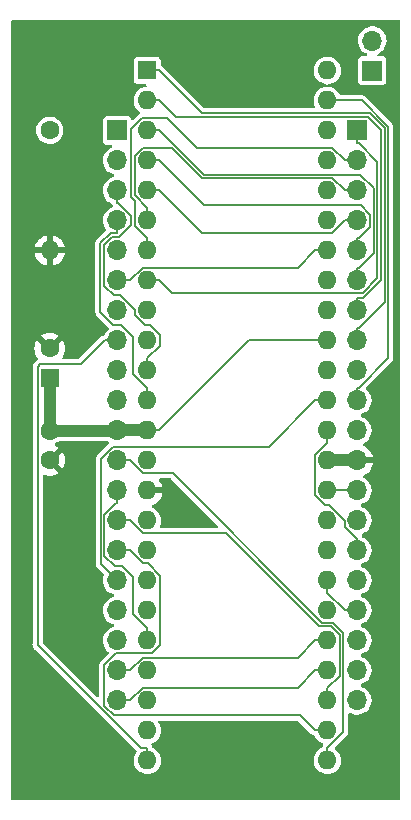
<source format=gbl>
G04 #@! TF.GenerationSoftware,KiCad,Pcbnew,(6.0.8-1)-1*
G04 #@! TF.CreationDate,2022-10-31T15:31:04+09:00*
G04 #@! TF.ProjectId,MEZ68008,4d455a36-3830-4303-982e-6b696361645f,A*
G04 #@! TF.SameCoordinates,PX5f5e100PY8f0d180*
G04 #@! TF.FileFunction,Copper,L2,Bot*
G04 #@! TF.FilePolarity,Positive*
%FSLAX46Y46*%
G04 Gerber Fmt 4.6, Leading zero omitted, Abs format (unit mm)*
G04 Created by KiCad (PCBNEW (6.0.8-1)-1) date 2022-10-31 15:31:04*
%MOMM*%
%LPD*%
G01*
G04 APERTURE LIST*
G04 #@! TA.AperFunction,ComponentPad*
%ADD10O,1.600000X1.600000*%
G04 #@! TD*
G04 #@! TA.AperFunction,ComponentPad*
%ADD11C,1.600000*%
G04 #@! TD*
G04 #@! TA.AperFunction,ComponentPad*
%ADD12R,1.600000X1.600000*%
G04 #@! TD*
G04 #@! TA.AperFunction,ComponentPad*
%ADD13R,1.700000X1.700000*%
G04 #@! TD*
G04 #@! TA.AperFunction,ComponentPad*
%ADD14O,1.700000X1.700000*%
G04 #@! TD*
G04 #@! TA.AperFunction,ViaPad*
%ADD15C,0.605000*%
G04 #@! TD*
G04 #@! TA.AperFunction,Conductor*
%ADD16C,1.000000*%
G04 #@! TD*
G04 #@! TA.AperFunction,Conductor*
%ADD17C,0.152400*%
G04 #@! TD*
G04 APERTURE END LIST*
D10*
X3810000Y46990000D03*
D11*
X3810000Y57150000D03*
D12*
X3810000Y36195000D03*
D11*
X3810000Y38695000D03*
D12*
X12065000Y62230000D03*
D10*
X12065000Y59690000D03*
X12065000Y57150000D03*
X12065000Y54610000D03*
X12065000Y52070000D03*
X12065000Y49530000D03*
X12065000Y46990000D03*
X12065000Y44450000D03*
X12065000Y41910000D03*
X12065000Y39370000D03*
X12065000Y36830000D03*
X12065000Y34290000D03*
X12065000Y31750000D03*
X12065000Y29210000D03*
X12065000Y26670000D03*
X12065000Y24130000D03*
X12065000Y21590000D03*
X12065000Y19050000D03*
X12065000Y16510000D03*
X12065000Y13970000D03*
X12065000Y11430000D03*
X12065000Y8890000D03*
X12065000Y6350000D03*
X12065000Y3810000D03*
X27305000Y3810000D03*
X27305000Y6350000D03*
X27305000Y8890000D03*
X27305000Y11430000D03*
X27305000Y13970000D03*
X27305000Y16510000D03*
X27305000Y19050000D03*
X27305000Y21590000D03*
X27305000Y24130000D03*
X27305000Y26670000D03*
X27305000Y29210000D03*
X27305000Y31750000D03*
X27305000Y34290000D03*
X27305000Y36830000D03*
X27305000Y39370000D03*
X27305000Y41910000D03*
X27305000Y44450000D03*
X27305000Y46990000D03*
X27305000Y49530000D03*
X27305000Y52070000D03*
X27305000Y54610000D03*
X27305000Y57150000D03*
X27305000Y59690000D03*
X27305000Y62230000D03*
D13*
X31115000Y62225000D03*
D14*
X31115000Y64765000D03*
D11*
X3810000Y31730000D03*
X3810000Y29230000D03*
D13*
X29845000Y57150000D03*
D14*
X29845000Y54610000D03*
X29845000Y52070000D03*
X29845000Y49530000D03*
X29845000Y46990000D03*
X29845000Y44450000D03*
X29845000Y41910000D03*
X29845000Y39370000D03*
X29845000Y36830000D03*
X29845000Y34290000D03*
X29845000Y31750000D03*
X29845000Y29210000D03*
X29845000Y26670000D03*
X29845000Y24130000D03*
X29845000Y21590000D03*
X29845000Y19050000D03*
X29845000Y16510000D03*
X29845000Y13970000D03*
X29845000Y11430000D03*
X29845000Y8890000D03*
D13*
X9525000Y57150000D03*
D14*
X9525000Y54610000D03*
X9525000Y52070000D03*
X9525000Y49530000D03*
X9525000Y46990000D03*
X9525000Y44450000D03*
X9525000Y41910000D03*
X9525000Y39370000D03*
X9525000Y36830000D03*
X9525000Y34290000D03*
X9525000Y31750000D03*
X9525000Y29210000D03*
X9525000Y26670000D03*
X9525000Y24130000D03*
X9525000Y21590000D03*
X9525000Y19050000D03*
X9525000Y16510000D03*
X9525000Y13970000D03*
X9525000Y11430000D03*
X9525000Y8890000D03*
D15*
X1270000Y65405000D03*
X24765000Y62230000D03*
X13970000Y24130000D03*
X20955000Y62230000D03*
X18415000Y62230000D03*
X14605000Y62230000D03*
X13970000Y26670000D03*
X32385000Y59690000D03*
X1270000Y1270000D03*
X16510000Y24130000D03*
X32385000Y1270000D03*
D16*
X29845000Y29210000D02*
X27305000Y29210000D01*
X3810000Y31730000D02*
X9505000Y31730000D01*
D17*
X12065000Y31750000D02*
X13093900Y31750000D01*
X13093900Y31750000D02*
X20713900Y39370000D01*
X20713900Y39370000D02*
X27305000Y39370000D01*
D16*
X9505000Y31730000D02*
X9525000Y31750000D01*
X9525000Y31750000D02*
X12065000Y31750000D01*
X3810000Y36195000D02*
X3810000Y31730000D01*
D17*
X11832900Y40640000D02*
X12305800Y40640000D01*
X8406100Y47467000D02*
X8406100Y43983800D01*
X13099700Y39846100D02*
X13099700Y38893600D01*
X10646500Y49119500D02*
X9672900Y48145900D01*
X9525000Y50991100D02*
X9599000Y50991100D01*
X13099700Y38893600D02*
X12065000Y37858900D01*
X9599000Y50991100D02*
X10646500Y49943600D01*
X9672900Y48145900D02*
X9085000Y48145900D01*
X9085000Y48145900D02*
X8406100Y47467000D01*
X12065000Y36830000D02*
X12065000Y37858900D01*
X9209900Y43180000D02*
X9789300Y43180000D01*
X9789300Y43180000D02*
X10982800Y41986500D01*
X12305800Y40640000D02*
X13099700Y39846100D01*
X10982800Y41490100D02*
X11832900Y40640000D01*
X10982800Y41986500D02*
X10982800Y41490100D01*
X8406100Y43983800D02*
X9209900Y43180000D01*
X9525000Y52070000D02*
X9525000Y50991100D01*
X10646500Y49943600D02*
X10646500Y49119500D01*
X8958500Y48451100D02*
X8100900Y47593500D01*
X9202800Y40640000D02*
X9815800Y40640000D01*
X9815800Y40640000D02*
X10830300Y39625500D01*
X10830300Y36553600D02*
X12065000Y35318900D01*
X8100900Y47593500D02*
X8100900Y41741900D01*
X9525000Y49530000D02*
X9525000Y48451100D01*
X12065000Y34290000D02*
X12065000Y35318900D01*
X8100900Y41741900D02*
X9202800Y40640000D01*
X10830300Y39625500D02*
X10830300Y36553600D01*
X9525000Y48451100D02*
X8958500Y48451100D01*
X29845000Y26670000D02*
X27305000Y26670000D01*
X11560100Y4838900D02*
X12065000Y4838900D01*
X12065000Y3810000D02*
X12065000Y4838900D01*
X6413100Y37337000D02*
X3001800Y37337000D01*
X8446100Y39370000D02*
X6413100Y37337000D01*
X9525000Y39370000D02*
X8446100Y39370000D01*
X2773200Y37108400D02*
X2773200Y13625800D01*
X3001800Y37337000D02*
X2773200Y37108400D01*
X2773200Y13625800D02*
X11560100Y4838900D01*
X11682800Y28131100D02*
X14223400Y28131100D01*
X28657200Y14574700D02*
X28657200Y6191100D01*
X14223400Y28131100D02*
X26873500Y15481000D01*
X9525000Y29210000D02*
X10603900Y29210000D01*
X28657200Y6191100D02*
X27305000Y4838900D01*
X27305000Y3810000D02*
X27305000Y4838900D01*
X27750900Y15481000D02*
X28657200Y14574700D01*
X26873500Y15481000D02*
X27750900Y15481000D01*
X10603900Y29210000D02*
X11682800Y28131100D01*
X9390100Y25591100D02*
X8422700Y24623700D01*
X9318800Y20255900D02*
X9909100Y20255900D01*
X10830300Y16233600D02*
X12065000Y14998900D01*
X8422700Y24623700D02*
X8422700Y21152000D01*
X10830300Y19334700D02*
X10830300Y16233600D01*
X9909100Y20255900D02*
X10830300Y19334700D01*
X8422700Y21152000D02*
X9318800Y20255900D01*
X9525000Y25591100D02*
X9390100Y25591100D01*
X9525000Y26670000D02*
X9525000Y25591100D01*
X12065000Y13970000D02*
X12065000Y14998900D01*
X26581400Y15175800D02*
X27603700Y15175800D01*
X28352000Y14427500D02*
X28352000Y10965900D01*
X27305000Y8890000D02*
X27305000Y9918900D01*
X27603700Y15175800D02*
X28352000Y14427500D01*
X10603900Y24130000D02*
X11682800Y23051100D01*
X9525000Y24130000D02*
X10603900Y24130000D01*
X18706100Y23051100D02*
X26581400Y15175800D01*
X28352000Y10965900D02*
X27305000Y9918900D01*
X11682800Y23051100D02*
X18706100Y23051100D01*
X25006100Y7620000D02*
X26276100Y6350000D01*
X27305000Y6350000D02*
X26276100Y6350000D01*
X12112600Y20511100D02*
X13162300Y19461400D01*
X13162300Y19461400D02*
X13162300Y13564700D01*
X11682800Y20511100D02*
X12112600Y20511100D01*
X8426700Y11886200D02*
X8426700Y8412100D01*
X9525000Y21590000D02*
X10603900Y21590000D01*
X13162300Y13564700D02*
X12488600Y12891000D01*
X9431500Y12891000D02*
X8426700Y11886200D01*
X10603900Y21590000D02*
X11682800Y20511100D01*
X12488600Y12891000D02*
X9431500Y12891000D01*
X8426700Y8412100D02*
X9218800Y7620000D01*
X9218800Y7620000D02*
X25006100Y7620000D01*
X28766100Y16560000D02*
X27305000Y18021100D01*
X29845000Y16510000D02*
X28766100Y16510000D01*
X28766100Y16510000D02*
X28766100Y16560000D01*
X27305000Y19050000D02*
X27305000Y18021100D01*
X31546300Y54504700D02*
X31546300Y44623700D01*
X30293600Y43371000D02*
X14172900Y43371000D01*
X29845000Y57150000D02*
X29845000Y56071100D01*
X29845000Y56071100D02*
X29979900Y56071100D01*
X12065000Y44450000D02*
X13093900Y44450000D01*
X14172900Y43371000D02*
X13093900Y44450000D01*
X31546300Y44623700D02*
X30293600Y43371000D01*
X29979900Y56071100D02*
X31546300Y54504700D01*
X11588900Y58185300D02*
X13735300Y58185300D01*
X16281700Y55638900D02*
X27737200Y55638900D01*
X10689100Y57285500D02*
X11588900Y58185300D01*
X13735300Y58185300D02*
X16281700Y55638900D01*
X12065000Y46990000D02*
X12065000Y48018900D01*
X10994200Y49089700D02*
X10994200Y51192300D01*
X12065000Y48018900D02*
X10994200Y49089700D01*
X10994200Y51192300D02*
X10689100Y51497400D01*
X27737200Y55638900D02*
X28766100Y54610000D01*
X29845000Y54610000D02*
X28766100Y54610000D01*
X10689100Y51497400D02*
X10689100Y57285500D01*
X28766100Y52070000D02*
X27737200Y53098900D01*
X16713400Y53098900D02*
X14133300Y55679000D01*
X14133300Y55679000D02*
X11674100Y55679000D01*
X29845000Y52070000D02*
X28766100Y52070000D01*
X12065000Y50614700D02*
X12065000Y49530000D01*
X10994200Y51685500D02*
X12065000Y50614700D01*
X10994200Y54999100D02*
X10994200Y51685500D01*
X27737200Y53098900D02*
X16713400Y53098900D01*
X11674100Y55679000D02*
X10994200Y54999100D01*
X16665300Y48498600D02*
X13093900Y52070000D01*
X12065000Y52070000D02*
X13093900Y52070000D01*
X29845000Y49530000D02*
X28766100Y49530000D01*
X27734700Y48498600D02*
X16665300Y48498600D01*
X28766100Y49530000D02*
X27734700Y48498600D01*
X29845000Y46990000D02*
X29845000Y48068900D01*
X12065000Y54610000D02*
X13093900Y54610000D01*
X30925500Y49014500D02*
X30925500Y50012600D01*
X16903900Y50800000D02*
X13093900Y54610000D01*
X29845000Y48068900D02*
X29979900Y48068900D01*
X30138100Y50800000D02*
X16903900Y50800000D01*
X29979900Y48068900D02*
X30925500Y49014500D01*
X30925500Y50012600D02*
X30138100Y50800000D01*
X12065000Y57150000D02*
X13093900Y57150000D01*
X13093900Y57150000D02*
X16839800Y53404100D01*
X16839800Y53404100D02*
X30092000Y53404100D01*
X31230600Y52265500D02*
X31230600Y46802700D01*
X29956800Y45528900D02*
X29845000Y45528900D01*
X30092000Y53404100D02*
X31230600Y52265500D01*
X31230600Y46802700D02*
X29956800Y45528900D01*
X29845000Y44450000D02*
X29845000Y45528900D01*
X29845000Y41910000D02*
X29845000Y42988900D01*
X30363300Y42988900D02*
X31851500Y44477100D01*
X14509100Y58274800D02*
X13093900Y59690000D01*
X29845000Y42988900D02*
X30363300Y42988900D01*
X30773400Y58274800D02*
X14509100Y58274800D01*
X12065000Y59690000D02*
X13093900Y59690000D01*
X31851500Y44477100D02*
X31851500Y57196700D01*
X31851500Y57196700D02*
X30773400Y58274800D01*
X32156600Y57323200D02*
X30891300Y58588500D01*
X29979900Y40448900D02*
X32156600Y42625600D01*
X32156600Y42625600D02*
X32156600Y57323200D01*
X29845000Y39370000D02*
X29845000Y40448900D01*
X29845000Y40448900D02*
X29979900Y40448900D01*
X16735400Y58588500D02*
X13093900Y62230000D01*
X12065000Y62230000D02*
X13093900Y62230000D01*
X30891300Y58588500D02*
X16735400Y58588500D01*
X32461700Y37850700D02*
X32461700Y57449700D01*
X30221400Y59690000D02*
X27305000Y59690000D01*
X29979900Y35368900D02*
X32461700Y37850700D01*
X29845000Y35368900D02*
X29979900Y35368900D01*
X32461700Y57449700D02*
X30221400Y59690000D01*
X29845000Y34290000D02*
X29845000Y35368900D01*
X11682800Y9968900D02*
X24815000Y9968900D01*
X10603900Y8890000D02*
X11682800Y9968900D01*
X27305000Y11430000D02*
X26276100Y11430000D01*
X24815000Y9968900D02*
X26276100Y11430000D01*
X9525000Y8890000D02*
X10603900Y8890000D01*
X10603900Y11430000D02*
X11682800Y12508900D01*
X27305000Y13970000D02*
X26276100Y13970000D01*
X11682800Y12508900D02*
X24815000Y12508900D01*
X9525000Y11430000D02*
X10603900Y11430000D01*
X24815000Y12508900D02*
X26276100Y13970000D01*
X27305000Y34290000D02*
X26276100Y34290000D01*
X22359800Y30373700D02*
X9153900Y30373700D01*
X9153900Y30373700D02*
X8113800Y29333600D01*
X26276100Y34290000D02*
X22359800Y30373700D01*
X8113800Y20461200D02*
X9525000Y19050000D01*
X8113800Y29333600D02*
X8113800Y20461200D01*
X24815000Y45528900D02*
X26276100Y46990000D01*
X9525000Y44450000D02*
X10603900Y44450000D01*
X10603900Y44450000D02*
X11682800Y45528900D01*
X27305000Y46990000D02*
X26276100Y46990000D01*
X11682800Y45528900D02*
X24815000Y45528900D01*
X26262300Y26249000D02*
X26262300Y29678400D01*
X26262300Y29678400D02*
X27305000Y30721100D01*
X28766100Y24124900D02*
X27491000Y25400000D01*
X29845000Y22668900D02*
X29710000Y22668900D01*
X27491000Y25400000D02*
X27111300Y25400000D01*
X29845000Y21590000D02*
X29845000Y22668900D01*
X28766100Y23612800D02*
X28766100Y24124900D01*
X27111300Y25400000D02*
X26262300Y26249000D01*
X29710000Y22668900D02*
X28766100Y23612800D01*
X27305000Y31750000D02*
X27305000Y30721100D01*
G04 #@! TA.AperFunction,Conductor*
G36*
X33442121Y66479998D02*
G01*
X33488614Y66426342D01*
X33500000Y66374000D01*
X33500000Y626000D01*
X33479998Y557879D01*
X33426342Y511386D01*
X33374000Y500000D01*
X626000Y500000D01*
X557879Y520002D01*
X511386Y573658D01*
X500000Y626000D01*
X500000Y13612245D01*
X2341892Y13612245D01*
X2343584Y13602983D01*
X2343584Y13602974D01*
X2351863Y13557648D01*
X2352514Y13553740D01*
X2360756Y13498916D01*
X2363716Y13492752D01*
X2364945Y13486023D01*
X2390522Y13436785D01*
X2392279Y13433269D01*
X2412220Y13391741D01*
X2412222Y13391737D01*
X2416298Y13383250D01*
X2420941Y13378228D01*
X2424093Y13372159D01*
X2428174Y13367381D01*
X2463349Y13332206D01*
X2466778Y13328641D01*
X2503395Y13289029D01*
X2509487Y13285490D01*
X2515024Y13280531D01*
X11131544Y4664011D01*
X11165570Y4601699D01*
X11160505Y4530884D01*
X11141398Y4496909D01*
X11099553Y4443830D01*
X11099551Y4443827D01*
X11095976Y4439292D01*
X11093287Y4434181D01*
X11093285Y4434178D01*
X11079792Y4408531D01*
X10997523Y4252164D01*
X10934820Y4050227D01*
X10909967Y3840246D01*
X10923796Y3629251D01*
X10925217Y3623655D01*
X10925218Y3623650D01*
X10947784Y3534800D01*
X10975845Y3424310D01*
X11064369Y3232286D01*
X11186405Y3059609D01*
X11337865Y2912063D01*
X11342661Y2908858D01*
X11342664Y2908856D01*
X11485936Y2813125D01*
X11513677Y2794589D01*
X11518985Y2792308D01*
X11518986Y2792308D01*
X11702650Y2713400D01*
X11702653Y2713399D01*
X11707953Y2711122D01*
X11713582Y2709848D01*
X11713583Y2709848D01*
X11908550Y2665731D01*
X11908553Y2665731D01*
X11914186Y2664456D01*
X11919957Y2664229D01*
X11919959Y2664229D01*
X11981989Y2661792D01*
X12125470Y2656154D01*
X12131179Y2656982D01*
X12131183Y2656982D01*
X12329015Y2685667D01*
X12329019Y2685668D01*
X12334730Y2686496D01*
X12413987Y2713400D01*
X12529483Y2752605D01*
X12529488Y2752607D01*
X12534955Y2754463D01*
X12539998Y2757287D01*
X12714395Y2854954D01*
X12714399Y2854957D01*
X12719442Y2857781D01*
X12882012Y2992988D01*
X13017219Y3155558D01*
X13020043Y3160601D01*
X13020046Y3160605D01*
X13117713Y3335002D01*
X13117714Y3335004D01*
X13120537Y3340045D01*
X13122393Y3345512D01*
X13122395Y3345517D01*
X13186647Y3534800D01*
X13188504Y3540270D01*
X13218846Y3749530D01*
X13220429Y3810000D01*
X13201081Y4020560D01*
X13143686Y4224069D01*
X13132553Y4246646D01*
X13052719Y4408531D01*
X13050165Y4413710D01*
X12923651Y4583133D01*
X12768381Y4726663D01*
X12735014Y4747716D01*
X12594434Y4836416D01*
X12594433Y4836416D01*
X12589554Y4839495D01*
X12584194Y4841633D01*
X12584191Y4841635D01*
X12559150Y4851625D01*
X12503290Y4895446D01*
X12486455Y4933152D01*
X12486131Y4933027D01*
X12485000Y4935950D01*
X12484699Y4937085D01*
X12483661Y4939411D01*
X12482729Y4941818D01*
X12481076Y4949218D01*
X12478844Y4956473D01*
X12477444Y4965784D01*
X12459065Y5004059D01*
X12455143Y5013124D01*
X12439832Y5052700D01*
X12434002Y5060095D01*
X12430244Y5066684D01*
X12425978Y5072961D01*
X12421902Y5081450D01*
X12416827Y5086940D01*
X12395397Y5153549D01*
X12413643Y5222161D01*
X12466086Y5270017D01*
X12480853Y5276098D01*
X12534955Y5294463D01*
X12539998Y5297287D01*
X12714395Y5394954D01*
X12714399Y5394957D01*
X12719442Y5397781D01*
X12882012Y5532988D01*
X13017219Y5695558D01*
X13020043Y5700601D01*
X13020046Y5700605D01*
X13117713Y5875002D01*
X13117714Y5875004D01*
X13120537Y5880045D01*
X13122393Y5885512D01*
X13122395Y5885517D01*
X13169173Y6023324D01*
X13188504Y6080270D01*
X13195695Y6129859D01*
X13218314Y6285860D01*
X13218314Y6285862D01*
X13218846Y6289530D01*
X13220429Y6350000D01*
X13201081Y6560560D01*
X13143686Y6764069D01*
X13132553Y6786646D01*
X13052719Y6948531D01*
X13050165Y6953710D01*
X13021639Y6991911D01*
X12996907Y7058461D01*
X13012081Y7127817D01*
X13062343Y7177959D01*
X13122597Y7193300D01*
X24777165Y7193300D01*
X24845286Y7173298D01*
X24866260Y7156395D01*
X25951177Y6071478D01*
X25961032Y6060388D01*
X25974870Y6042834D01*
X25974874Y6042830D01*
X25980704Y6035435D01*
X25988451Y6030081D01*
X25988453Y6030079D01*
X26012461Y6013486D01*
X26024194Y6005378D01*
X26026338Y6003896D01*
X26029550Y6001601D01*
X26074178Y5968638D01*
X26080629Y5966372D01*
X26086257Y5962483D01*
X26139214Y5945735D01*
X26142860Y5944519D01*
X26190492Y5927792D01*
X26248135Y5886351D01*
X26263166Y5861662D01*
X26304369Y5772286D01*
X26426405Y5599609D01*
X26577865Y5452063D01*
X26582661Y5448858D01*
X26582664Y5448856D01*
X26725936Y5353125D01*
X26753677Y5334589D01*
X26889820Y5276098D01*
X26901346Y5271146D01*
X26956040Y5225878D01*
X26977577Y5158227D01*
X26959120Y5089671D01*
X26952973Y5080537D01*
X26923638Y5040821D01*
X26921373Y5034371D01*
X26917483Y5028743D01*
X26914645Y5019768D01*
X26914642Y5019763D01*
X26900756Y4975854D01*
X26899503Y4972098D01*
X26884730Y4930031D01*
X26843287Y4872386D01*
X26817803Y4858210D01*
X26818209Y4857360D01*
X26812991Y4854871D01*
X26807575Y4852873D01*
X26802614Y4849921D01*
X26802613Y4849921D01*
X26785089Y4839495D01*
X26625856Y4744762D01*
X26466881Y4605345D01*
X26335976Y4439292D01*
X26333287Y4434181D01*
X26333285Y4434178D01*
X26319792Y4408531D01*
X26237523Y4252164D01*
X26174820Y4050227D01*
X26149967Y3840246D01*
X26163796Y3629251D01*
X26165217Y3623655D01*
X26165218Y3623650D01*
X26187784Y3534800D01*
X26215845Y3424310D01*
X26304369Y3232286D01*
X26426405Y3059609D01*
X26577865Y2912063D01*
X26582661Y2908858D01*
X26582664Y2908856D01*
X26725936Y2813125D01*
X26753677Y2794589D01*
X26758985Y2792308D01*
X26758986Y2792308D01*
X26942650Y2713400D01*
X26942653Y2713399D01*
X26947953Y2711122D01*
X26953582Y2709848D01*
X26953583Y2709848D01*
X27148550Y2665731D01*
X27148553Y2665731D01*
X27154186Y2664456D01*
X27159957Y2664229D01*
X27159959Y2664229D01*
X27221989Y2661792D01*
X27365470Y2656154D01*
X27371179Y2656982D01*
X27371183Y2656982D01*
X27569015Y2685667D01*
X27569019Y2685668D01*
X27574730Y2686496D01*
X27653987Y2713400D01*
X27769483Y2752605D01*
X27769488Y2752607D01*
X27774955Y2754463D01*
X27779998Y2757287D01*
X27954395Y2854954D01*
X27954399Y2854957D01*
X27959442Y2857781D01*
X28122012Y2992988D01*
X28257219Y3155558D01*
X28260043Y3160601D01*
X28260046Y3160605D01*
X28357713Y3335002D01*
X28357714Y3335004D01*
X28360537Y3340045D01*
X28362393Y3345512D01*
X28362395Y3345517D01*
X28426647Y3534800D01*
X28428504Y3540270D01*
X28458846Y3749530D01*
X28460429Y3810000D01*
X28441081Y4020560D01*
X28383686Y4224069D01*
X28372553Y4246646D01*
X28292719Y4408531D01*
X28290165Y4413710D01*
X28163651Y4583133D01*
X28008381Y4726663D01*
X28003494Y4729746D01*
X28001936Y4730942D01*
X27960069Y4788280D01*
X27955847Y4859151D01*
X27989545Y4920000D01*
X28935722Y5866177D01*
X28946812Y5876032D01*
X28964366Y5889870D01*
X28964370Y5889874D01*
X28971765Y5895704D01*
X29003307Y5941342D01*
X29005602Y5944554D01*
X29006489Y5945754D01*
X29021282Y5965782D01*
X29032968Y5981603D01*
X29032970Y5981607D01*
X29038563Y5989179D01*
X29040829Y5995631D01*
X29044717Y6001257D01*
X29061448Y6054161D01*
X29062702Y6057919D01*
X29063570Y6060388D01*
X29081077Y6110241D01*
X29081346Y6117077D01*
X29083407Y6123595D01*
X29083900Y6129859D01*
X29083900Y6179620D01*
X29083997Y6184566D01*
X29085744Y6229039D01*
X29086114Y6238452D01*
X29084308Y6245263D01*
X29083900Y6252678D01*
X29083900Y7720165D01*
X29103902Y7788286D01*
X29157558Y7834779D01*
X29227832Y7844883D01*
X29268125Y7831524D01*
X29269717Y7830460D01*
X29275019Y7828182D01*
X29275021Y7828181D01*
X29465169Y7746487D01*
X29472436Y7743365D01*
X29552088Y7725342D01*
X29681995Y7695946D01*
X29682001Y7695945D01*
X29687632Y7694671D01*
X29693403Y7694444D01*
X29693405Y7694444D01*
X29761211Y7691780D01*
X29908098Y7686009D01*
X30017275Y7701839D01*
X30120738Y7716840D01*
X30120743Y7716841D01*
X30126452Y7717669D01*
X30131916Y7719524D01*
X30131921Y7719525D01*
X30329907Y7786732D01*
X30329912Y7786734D01*
X30335379Y7788590D01*
X30527884Y7896398D01*
X30564879Y7927166D01*
X30693086Y8033796D01*
X30697518Y8037482D01*
X30766446Y8120358D01*
X30834908Y8202674D01*
X30834910Y8202677D01*
X30838602Y8207116D01*
X30946410Y8399621D01*
X30948266Y8405088D01*
X30948268Y8405093D01*
X31015475Y8603079D01*
X31015476Y8603084D01*
X31017331Y8608548D01*
X31018159Y8614257D01*
X31018160Y8614262D01*
X31048458Y8823228D01*
X31048991Y8826902D01*
X31050643Y8890000D01*
X31030454Y9109711D01*
X31007241Y9192021D01*
X30994128Y9238514D01*
X30970565Y9322064D01*
X30872980Y9519947D01*
X30839349Y9564985D01*
X30744420Y9692109D01*
X30744420Y9692110D01*
X30740967Y9696733D01*
X30643586Y9786751D01*
X30583189Y9842582D01*
X30583186Y9842584D01*
X30578949Y9846501D01*
X30392350Y9964236D01*
X30189955Y10044983D01*
X30134096Y10088804D01*
X30110795Y10155868D01*
X30127451Y10224883D01*
X30178775Y10273937D01*
X30196144Y10281326D01*
X30329907Y10326732D01*
X30329912Y10326734D01*
X30335379Y10328590D01*
X30347154Y10335184D01*
X30494673Y10417799D01*
X30527884Y10436398D01*
X30533245Y10440856D01*
X30693086Y10573796D01*
X30697518Y10577482D01*
X30730739Y10617426D01*
X30834908Y10742674D01*
X30834910Y10742677D01*
X30838602Y10747116D01*
X30946410Y10939621D01*
X30948266Y10945088D01*
X30948268Y10945093D01*
X31015475Y11143079D01*
X31015476Y11143084D01*
X31017331Y11148548D01*
X31018159Y11154257D01*
X31018160Y11154262D01*
X31048458Y11363228D01*
X31048991Y11366902D01*
X31050643Y11430000D01*
X31030454Y11649711D01*
X31014524Y11706197D01*
X30993072Y11782259D01*
X30970565Y11862064D01*
X30872980Y12059947D01*
X30860961Y12076043D01*
X30744420Y12232109D01*
X30744420Y12232110D01*
X30740967Y12236733D01*
X30602466Y12364762D01*
X30583189Y12382582D01*
X30583186Y12382584D01*
X30578949Y12386501D01*
X30392350Y12504236D01*
X30189955Y12584983D01*
X30134096Y12628804D01*
X30110795Y12695868D01*
X30127451Y12764883D01*
X30178775Y12813937D01*
X30196144Y12821326D01*
X30329907Y12866732D01*
X30329912Y12866734D01*
X30335379Y12868590D01*
X30527884Y12976398D01*
X30554653Y12998661D01*
X30693086Y13113796D01*
X30697518Y13117482D01*
X30759256Y13191713D01*
X30834908Y13282674D01*
X30834910Y13282677D01*
X30838602Y13287116D01*
X30946410Y13479621D01*
X30948266Y13485088D01*
X30948268Y13485093D01*
X31015475Y13683079D01*
X31015476Y13683084D01*
X31017331Y13688548D01*
X31018159Y13694257D01*
X31018160Y13694262D01*
X31048458Y13903228D01*
X31048991Y13906902D01*
X31050643Y13970000D01*
X31030454Y14189711D01*
X31014524Y14246197D01*
X30993072Y14322259D01*
X30970565Y14402064D01*
X30872980Y14599947D01*
X30803616Y14692837D01*
X30744420Y14772109D01*
X30744420Y14772110D01*
X30740967Y14776733D01*
X30620016Y14888539D01*
X30583189Y14922582D01*
X30583186Y14922584D01*
X30578949Y14926501D01*
X30392350Y15044236D01*
X30189955Y15124983D01*
X30134096Y15168804D01*
X30110795Y15235868D01*
X30127451Y15304883D01*
X30178775Y15353937D01*
X30196144Y15361326D01*
X30329907Y15406732D01*
X30329912Y15406734D01*
X30335379Y15408590D01*
X30527884Y15516398D01*
X30577642Y15557781D01*
X30693086Y15653796D01*
X30697518Y15657482D01*
X30779404Y15755938D01*
X30834908Y15822674D01*
X30834910Y15822677D01*
X30838602Y15827116D01*
X30946410Y16019621D01*
X30948266Y16025088D01*
X30948268Y16025093D01*
X31015475Y16223079D01*
X31015476Y16223084D01*
X31017331Y16228548D01*
X31018159Y16234257D01*
X31018160Y16234262D01*
X31048458Y16443228D01*
X31048991Y16446902D01*
X31050643Y16510000D01*
X31030454Y16729711D01*
X30970565Y16942064D01*
X30872980Y17139947D01*
X30740967Y17316733D01*
X30599671Y17447346D01*
X30583189Y17462582D01*
X30583186Y17462584D01*
X30578949Y17466501D01*
X30392350Y17584236D01*
X30189955Y17664983D01*
X30134096Y17708804D01*
X30110795Y17775868D01*
X30127451Y17844883D01*
X30178775Y17893937D01*
X30196144Y17901326D01*
X30329907Y17946732D01*
X30329912Y17946734D01*
X30335379Y17948590D01*
X30360948Y17962909D01*
X30458644Y18017622D01*
X30527884Y18056398D01*
X30553864Y18078005D01*
X30693086Y18193796D01*
X30697518Y18197482D01*
X30759256Y18271713D01*
X30834908Y18362674D01*
X30834910Y18362677D01*
X30838602Y18367116D01*
X30946410Y18559621D01*
X30948266Y18565088D01*
X30948268Y18565093D01*
X31015475Y18763079D01*
X31015476Y18763084D01*
X31017331Y18768548D01*
X31018159Y18774257D01*
X31018160Y18774262D01*
X31048458Y18983228D01*
X31048991Y18986902D01*
X31050643Y19050000D01*
X31030454Y19269711D01*
X30970565Y19482064D01*
X30872980Y19679947D01*
X30858063Y19699924D01*
X30744420Y19852109D01*
X30744420Y19852110D01*
X30740967Y19856733D01*
X30626286Y19962743D01*
X30583189Y20002582D01*
X30583186Y20002584D01*
X30578949Y20006501D01*
X30392350Y20124236D01*
X30189955Y20204983D01*
X30134096Y20248804D01*
X30110795Y20315868D01*
X30127451Y20384883D01*
X30178775Y20433937D01*
X30196144Y20441326D01*
X30329907Y20486732D01*
X30329912Y20486734D01*
X30335379Y20488590D01*
X30527884Y20596398D01*
X30574243Y20634954D01*
X30693086Y20733796D01*
X30697518Y20737482D01*
X30759256Y20811713D01*
X30834908Y20902674D01*
X30834910Y20902677D01*
X30838602Y20907116D01*
X30946410Y21099621D01*
X30948266Y21105088D01*
X30948268Y21105093D01*
X31015475Y21303079D01*
X31015476Y21303084D01*
X31017331Y21308548D01*
X31018159Y21314257D01*
X31018160Y21314262D01*
X31048458Y21523228D01*
X31048991Y21526902D01*
X31050643Y21590000D01*
X31030454Y21809711D01*
X31017718Y21854872D01*
X30984225Y21973627D01*
X30970565Y22022064D01*
X30872980Y22219947D01*
X30766058Y22363133D01*
X30744420Y22392109D01*
X30744420Y22392110D01*
X30740967Y22396733D01*
X30626286Y22502743D01*
X30583189Y22542582D01*
X30583186Y22542584D01*
X30578949Y22546501D01*
X30392350Y22664236D01*
X30338209Y22685836D01*
X30282350Y22729657D01*
X30267256Y22763462D01*
X30266131Y22763027D01*
X30265000Y22765950D01*
X30263326Y22772263D01*
X30261932Y22775385D01*
X30261075Y22779221D01*
X30258844Y22786472D01*
X30257444Y22795784D01*
X30239065Y22834059D01*
X30235147Y22843113D01*
X30230762Y22854449D01*
X30224840Y22925197D01*
X30258108Y22987917D01*
X30307773Y23019219D01*
X30335379Y23028590D01*
X30527884Y23136398D01*
X30574243Y23174954D01*
X30693086Y23273796D01*
X30697518Y23277482D01*
X30761503Y23354415D01*
X30834908Y23442674D01*
X30834910Y23442677D01*
X30838602Y23447116D01*
X30936392Y23621732D01*
X30943586Y23634578D01*
X30943587Y23634580D01*
X30946410Y23639621D01*
X30948266Y23645088D01*
X30948268Y23645093D01*
X31015475Y23843079D01*
X31015476Y23843084D01*
X31017331Y23848548D01*
X31018159Y23854257D01*
X31018160Y23854262D01*
X31048458Y24063228D01*
X31048991Y24066902D01*
X31050643Y24130000D01*
X31030454Y24349711D01*
X31017718Y24394872D01*
X30984225Y24513627D01*
X30970565Y24562064D01*
X30872980Y24759947D01*
X30855695Y24783095D01*
X30744420Y24932109D01*
X30744420Y24932110D01*
X30740967Y24936733D01*
X30626286Y25042743D01*
X30583189Y25082582D01*
X30583186Y25082584D01*
X30578949Y25086501D01*
X30392350Y25204236D01*
X30189955Y25284983D01*
X30134096Y25328804D01*
X30110795Y25395868D01*
X30127451Y25464883D01*
X30178775Y25513937D01*
X30196144Y25521326D01*
X30329907Y25566732D01*
X30329912Y25566734D01*
X30335379Y25568590D01*
X30340426Y25571416D01*
X30415875Y25613670D01*
X30527884Y25676398D01*
X30577642Y25717781D01*
X30693086Y25813796D01*
X30697518Y25817482D01*
X30809263Y25951840D01*
X30834908Y25982674D01*
X30834910Y25982677D01*
X30838602Y25987116D01*
X30910754Y26115952D01*
X30943586Y26174578D01*
X30943587Y26174580D01*
X30946410Y26179621D01*
X30948266Y26185088D01*
X30948268Y26185093D01*
X31015475Y26383079D01*
X31015476Y26383084D01*
X31017331Y26388548D01*
X31018159Y26394257D01*
X31018160Y26394262D01*
X31048458Y26603228D01*
X31048991Y26606902D01*
X31050643Y26670000D01*
X31030454Y26889711D01*
X30970565Y27102064D01*
X30872980Y27299947D01*
X30766058Y27443133D01*
X30744420Y27472109D01*
X30744420Y27472110D01*
X30740967Y27476733D01*
X30626286Y27582743D01*
X30583189Y27622582D01*
X30583186Y27622584D01*
X30578949Y27626501D01*
X30393702Y27743383D01*
X30393700Y27743385D01*
X30392350Y27744236D01*
X30392517Y27744501D01*
X30343071Y27791198D01*
X30326002Y27860112D01*
X30348901Y27927314D01*
X30396454Y27967871D01*
X30538095Y28037261D01*
X30546945Y28042536D01*
X30720328Y28166208D01*
X30728200Y28172861D01*
X30879052Y28323188D01*
X30885730Y28331035D01*
X31010003Y28503980D01*
X31015313Y28512817D01*
X31109670Y28703733D01*
X31113469Y28713328D01*
X31175377Y28917090D01*
X31177555Y28927163D01*
X31178986Y28938038D01*
X31176775Y28952222D01*
X31163617Y28956000D01*
X27177000Y28956000D01*
X27108879Y28976002D01*
X27062386Y29029658D01*
X27051000Y29082000D01*
X27051000Y29338000D01*
X27071002Y29406121D01*
X27124658Y29452614D01*
X27177000Y29464000D01*
X31163344Y29464000D01*
X31176875Y29467973D01*
X31178180Y29477053D01*
X31136214Y29644125D01*
X31132894Y29653876D01*
X31047972Y29849186D01*
X31043105Y29858261D01*
X30927426Y30037074D01*
X30921136Y30045243D01*
X30777806Y30202760D01*
X30770273Y30209785D01*
X30603139Y30341778D01*
X30594552Y30347483D01*
X30408115Y30450402D01*
X30399687Y30454190D01*
X30345752Y30500359D01*
X30325340Y30568358D01*
X30344932Y30636598D01*
X30389771Y30679051D01*
X30425175Y30698878D01*
X30527884Y30756398D01*
X30553595Y30777781D01*
X30693086Y30893796D01*
X30697518Y30897482D01*
X30759256Y30971713D01*
X30834908Y31062674D01*
X30834910Y31062677D01*
X30838602Y31067116D01*
X30946410Y31259621D01*
X30948266Y31265088D01*
X30948268Y31265093D01*
X31015475Y31463079D01*
X31015476Y31463084D01*
X31017331Y31468548D01*
X31018159Y31474257D01*
X31018160Y31474262D01*
X31048458Y31683228D01*
X31048991Y31686902D01*
X31050643Y31750000D01*
X31030454Y31969711D01*
X30970565Y32182064D01*
X30872980Y32379947D01*
X30766058Y32523133D01*
X30744420Y32552109D01*
X30744420Y32552110D01*
X30740967Y32556733D01*
X30626286Y32662743D01*
X30583189Y32702582D01*
X30583186Y32702584D01*
X30578949Y32706501D01*
X30392350Y32824236D01*
X30189955Y32904983D01*
X30134096Y32948804D01*
X30110795Y33015868D01*
X30127451Y33084883D01*
X30178775Y33133937D01*
X30196144Y33141326D01*
X30329907Y33186732D01*
X30329912Y33186734D01*
X30335379Y33188590D01*
X30527884Y33296398D01*
X30574243Y33334954D01*
X30693086Y33433796D01*
X30697518Y33437482D01*
X30759256Y33511713D01*
X30834908Y33602674D01*
X30834910Y33602677D01*
X30838602Y33607116D01*
X30946410Y33799621D01*
X30948266Y33805088D01*
X30948268Y33805093D01*
X31015475Y34003079D01*
X31015476Y34003084D01*
X31017331Y34008548D01*
X31018159Y34014257D01*
X31018160Y34014262D01*
X31048458Y34223228D01*
X31048991Y34226902D01*
X31050643Y34290000D01*
X31030454Y34509711D01*
X31014524Y34566197D01*
X30977280Y34698255D01*
X30970565Y34722064D01*
X30872980Y34919947D01*
X30799075Y35018918D01*
X30744420Y35092109D01*
X30744420Y35092110D01*
X30740967Y35096733D01*
X30730869Y35106068D01*
X30696880Y35137486D01*
X30613859Y35214230D01*
X30577415Y35275157D01*
X30579696Y35346117D01*
X30610294Y35395849D01*
X32740222Y37525777D01*
X32751312Y37535632D01*
X32768866Y37549470D01*
X32768870Y37549474D01*
X32776265Y37555304D01*
X32807811Y37600948D01*
X32810106Y37604160D01*
X32834165Y37636733D01*
X32843062Y37648778D01*
X32845328Y37655229D01*
X32849217Y37660857D01*
X32865964Y37713813D01*
X32867200Y37717515D01*
X32877374Y37746484D01*
X32885576Y37769841D01*
X32885844Y37776673D01*
X32887907Y37783195D01*
X32888400Y37789459D01*
X32888400Y37839230D01*
X32888497Y37844177D01*
X32890244Y37888639D01*
X32890614Y37898052D01*
X32888808Y37904863D01*
X32888400Y37912277D01*
X32888400Y57416889D01*
X32889273Y57431700D01*
X32889738Y57435629D01*
X32893008Y57463254D01*
X32883036Y57517855D01*
X32882387Y57521753D01*
X32880960Y57531249D01*
X32876862Y57558504D01*
X32875544Y57567272D01*
X32874144Y57576584D01*
X32871184Y57582749D01*
X32869955Y57589476D01*
X32844397Y57638678D01*
X32842630Y57642215D01*
X32822681Y57683758D01*
X32822677Y57683764D01*
X32818602Y57692250D01*
X32813958Y57697274D01*
X32810807Y57703340D01*
X32806727Y57708118D01*
X32771551Y57743294D01*
X32768121Y57746860D01*
X32750306Y57766132D01*
X32731505Y57786471D01*
X32725413Y57790010D01*
X32719876Y57794969D01*
X30546323Y59968522D01*
X30536468Y59979612D01*
X30522630Y59997166D01*
X30522626Y59997170D01*
X30516796Y60004565D01*
X30471085Y60036157D01*
X30467962Y60038390D01*
X30423321Y60071362D01*
X30416871Y60073627D01*
X30411243Y60077517D01*
X30402268Y60080355D01*
X30402263Y60080358D01*
X30358354Y60094244D01*
X30354613Y60095492D01*
X30339179Y60100912D01*
X30311145Y60110757D01*
X30311142Y60110758D01*
X30302259Y60113877D01*
X30295423Y60114146D01*
X30288905Y60116207D01*
X30282641Y60116700D01*
X30232880Y60116700D01*
X30227934Y60116797D01*
X30227656Y60116808D01*
X30174048Y60118914D01*
X30167237Y60117108D01*
X30159822Y60116700D01*
X28455809Y60116700D01*
X28387688Y60136702D01*
X28342803Y60186971D01*
X28292719Y60288531D01*
X28290165Y60293710D01*
X28163651Y60463133D01*
X28008381Y60606663D01*
X27829554Y60719495D01*
X27633160Y60797848D01*
X27627503Y60798973D01*
X27627497Y60798975D01*
X27430234Y60838212D01*
X27367324Y60871119D01*
X27332192Y60932814D01*
X27335992Y61003709D01*
X27377517Y61061295D01*
X27436734Y61086487D01*
X27569015Y61105667D01*
X27569019Y61105668D01*
X27574730Y61106496D01*
X27662038Y61136133D01*
X27769483Y61172605D01*
X27769488Y61172607D01*
X27774955Y61174463D01*
X27779998Y61177287D01*
X27954395Y61274954D01*
X27954399Y61274957D01*
X27959442Y61277781D01*
X28122012Y61412988D01*
X28257219Y61575558D01*
X28260043Y61580601D01*
X28260046Y61580605D01*
X28357713Y61755002D01*
X28357714Y61755004D01*
X28360537Y61760045D01*
X28362393Y61765512D01*
X28362395Y61765517D01*
X28426647Y61954800D01*
X28428504Y61960270D01*
X28458846Y62169530D01*
X28460429Y62230000D01*
X28441081Y62440560D01*
X28383686Y62644069D01*
X28372689Y62666370D01*
X28292719Y62828531D01*
X28290165Y62833710D01*
X28163651Y63003133D01*
X28049971Y63108218D01*
X28012622Y63142743D01*
X28012620Y63142745D01*
X28008381Y63146663D01*
X27961064Y63176518D01*
X27834434Y63256416D01*
X27834433Y63256416D01*
X27829554Y63259495D01*
X27633160Y63337848D01*
X27627503Y63338973D01*
X27627497Y63338975D01*
X27431442Y63377972D01*
X27431440Y63377972D01*
X27425775Y63379099D01*
X27420000Y63379175D01*
X27419996Y63379175D01*
X27313976Y63380563D01*
X27214346Y63381867D01*
X27208649Y63380888D01*
X27208648Y63380888D01*
X27011650Y63347038D01*
X27011649Y63347038D01*
X27005953Y63346059D01*
X26807575Y63272873D01*
X26802614Y63269921D01*
X26802613Y63269921D01*
X26646615Y63177112D01*
X26625856Y63164762D01*
X26466881Y63025345D01*
X26335976Y62859292D01*
X26333287Y62854181D01*
X26333285Y62854178D01*
X26319792Y62828531D01*
X26237523Y62672164D01*
X26174820Y62470227D01*
X26149967Y62260246D01*
X26163796Y62049251D01*
X26165217Y62043655D01*
X26165218Y62043650D01*
X26187784Y61954800D01*
X26215845Y61844310D01*
X26304369Y61652286D01*
X26426405Y61479609D01*
X26430539Y61475582D01*
X26565619Y61343993D01*
X26577865Y61332063D01*
X26582661Y61328858D01*
X26582664Y61328856D01*
X26725936Y61233125D01*
X26753677Y61214589D01*
X26758985Y61212308D01*
X26758986Y61212308D01*
X26942650Y61133400D01*
X26942653Y61133399D01*
X26947953Y61131122D01*
X26953582Y61129848D01*
X26953583Y61129848D01*
X27148550Y61085731D01*
X27148553Y61085731D01*
X27154186Y61084456D01*
X27159958Y61084229D01*
X27165687Y61083475D01*
X27165327Y61080743D01*
X27221604Y61061784D01*
X27265950Y61006341D01*
X27273282Y60935724D01*
X27241271Y60872353D01*
X27180081Y60836349D01*
X27170705Y60834368D01*
X27141326Y60829320D01*
X27011650Y60807038D01*
X27011649Y60807038D01*
X27005953Y60806059D01*
X26807575Y60732873D01*
X26802614Y60729921D01*
X26802613Y60729921D01*
X26785089Y60719495D01*
X26625856Y60624762D01*
X26466881Y60485345D01*
X26335976Y60319292D01*
X26333287Y60314181D01*
X26333285Y60314178D01*
X26283400Y60219362D01*
X26237523Y60132164D01*
X26174820Y59930227D01*
X26149967Y59720246D01*
X26163796Y59509251D01*
X26215845Y59304310D01*
X26218262Y59299067D01*
X26266721Y59193951D01*
X26277076Y59123714D01*
X26247813Y59059028D01*
X26188224Y59020431D01*
X26152295Y59015200D01*
X16964335Y59015200D01*
X16896214Y59035202D01*
X16875240Y59052105D01*
X13418823Y62508522D01*
X13408968Y62519612D01*
X13395130Y62537166D01*
X13395126Y62537170D01*
X13389296Y62544565D01*
X13343585Y62576157D01*
X13340462Y62578390D01*
X13295821Y62611362D01*
X13289371Y62613627D01*
X13283743Y62617517D01*
X13280881Y62618422D01*
X13231693Y62666370D01*
X13215500Y62728163D01*
X13215500Y63063218D01*
X13208876Y63108218D01*
X13206784Y63122426D01*
X13206784Y63122427D01*
X13205358Y63132112D01*
X13153932Y63236855D01*
X13071350Y63319293D01*
X13037769Y63335708D01*
X13020686Y63344058D01*
X12966518Y63370536D01*
X12936027Y63374984D01*
X12902744Y63379840D01*
X12902740Y63379840D01*
X12898218Y63380500D01*
X11231782Y63380500D01*
X11227232Y63379830D01*
X11227229Y63379830D01*
X11172574Y63371784D01*
X11172573Y63371784D01*
X11162888Y63370358D01*
X11112992Y63345860D01*
X11067493Y63323522D01*
X11067491Y63323521D01*
X11058145Y63318932D01*
X10975707Y63236350D01*
X10924464Y63131518D01*
X10914500Y63063218D01*
X10914500Y61396782D01*
X10915170Y61392232D01*
X10915170Y61392229D01*
X10921923Y61346355D01*
X10924642Y61327888D01*
X10928958Y61319098D01*
X10955669Y61264694D01*
X10976068Y61223145D01*
X11058650Y61140707D01*
X11068006Y61136134D01*
X11068007Y61136133D01*
X11078259Y61131122D01*
X11163482Y61089464D01*
X11189071Y61085731D01*
X11227256Y61080160D01*
X11227260Y61080160D01*
X11231782Y61079500D01*
X11879988Y61079500D01*
X11948109Y61059498D01*
X11994602Y61005842D01*
X12004706Y60935568D01*
X11975212Y60870988D01*
X11915486Y60832604D01*
X11901326Y60829320D01*
X11771650Y60807038D01*
X11771649Y60807038D01*
X11765953Y60806059D01*
X11567575Y60732873D01*
X11562614Y60729921D01*
X11562613Y60729921D01*
X11545089Y60719495D01*
X11385856Y60624762D01*
X11226881Y60485345D01*
X11095976Y60319292D01*
X11093287Y60314181D01*
X11093285Y60314178D01*
X11043400Y60219362D01*
X10997523Y60132164D01*
X10934820Y59930227D01*
X10909967Y59720246D01*
X10923796Y59509251D01*
X10975845Y59304310D01*
X11064369Y59112286D01*
X11186405Y58939609D01*
X11337865Y58792063D01*
X11375318Y58767037D01*
X11420845Y58712562D01*
X11429694Y58642119D01*
X11399053Y58578075D01*
X11359862Y58548691D01*
X11354841Y58546280D01*
X11354837Y58546278D01*
X11346350Y58542202D01*
X11341328Y58537559D01*
X11335259Y58534407D01*
X11330481Y58530326D01*
X11295306Y58495151D01*
X11291741Y58491722D01*
X11252129Y58455105D01*
X11248590Y58449013D01*
X11243631Y58443476D01*
X10901469Y58101314D01*
X10839157Y58067288D01*
X10768342Y58072353D01*
X10711506Y58114900D01*
X10699271Y58134878D01*
X10668522Y58197507D01*
X10668521Y58197509D01*
X10663932Y58206855D01*
X10581350Y58289293D01*
X10555627Y58301867D01*
X10539540Y58309730D01*
X10476518Y58340536D01*
X10446027Y58344984D01*
X10412744Y58349840D01*
X10412740Y58349840D01*
X10408218Y58350500D01*
X8641782Y58350500D01*
X8637232Y58349830D01*
X8637229Y58349830D01*
X8582574Y58341784D01*
X8582573Y58341784D01*
X8572888Y58340358D01*
X8522992Y58315860D01*
X8477493Y58293522D01*
X8477491Y58293521D01*
X8468145Y58288932D01*
X8385707Y58206350D01*
X8381134Y58196994D01*
X8381133Y58196993D01*
X8372580Y58179495D01*
X8334464Y58101518D01*
X8324500Y58033218D01*
X8324500Y56266782D01*
X8325170Y56262232D01*
X8325170Y56262229D01*
X8333216Y56207574D01*
X8334642Y56197888D01*
X8338958Y56189098D01*
X8379904Y56105700D01*
X8386068Y56093145D01*
X8393438Y56085788D01*
X8452913Y56026417D01*
X8468650Y56010707D01*
X8478006Y56006134D01*
X8478007Y56006133D01*
X8496728Y55996982D01*
X8573482Y55959464D01*
X8602731Y55955197D01*
X8637256Y55950160D01*
X8637260Y55950160D01*
X8641782Y55949500D01*
X8981570Y55949500D01*
X9049691Y55929498D01*
X9096184Y55875842D01*
X9106288Y55805568D01*
X9076794Y55740988D01*
X9025180Y55705288D01*
X9016382Y55702042D01*
X9005957Y55698196D01*
X8816341Y55585386D01*
X8650457Y55439910D01*
X8513863Y55266640D01*
X8411131Y55071380D01*
X8345703Y54860667D01*
X8319770Y54641560D01*
X8334200Y54421396D01*
X8335621Y54415800D01*
X8335622Y54415795D01*
X8387090Y54213143D01*
X8388511Y54207548D01*
X8390928Y54202306D01*
X8390928Y54202305D01*
X8421953Y54135007D01*
X8480883Y54007179D01*
X8608222Y53826998D01*
X8766264Y53673039D01*
X8771060Y53669834D01*
X8771063Y53669832D01*
X8875069Y53600338D01*
X8949717Y53550460D01*
X8955020Y53548182D01*
X8955023Y53548180D01*
X9120127Y53477246D01*
X9152436Y53463365D01*
X9158071Y53462090D01*
X9158074Y53462089D01*
X9159484Y53461770D01*
X9160083Y53461436D01*
X9163562Y53460306D01*
X9163340Y53459623D01*
X9221511Y53427228D01*
X9255016Y53364634D01*
X9249362Y53293863D01*
X9206344Y53237384D01*
X9175287Y53220665D01*
X9011376Y53160196D01*
X9011368Y53160192D01*
X9005957Y53158196D01*
X9000996Y53155244D01*
X9000995Y53155244D01*
X8975630Y53140153D01*
X8816341Y53045386D01*
X8650457Y52899910D01*
X8513863Y52726640D01*
X8411131Y52531380D01*
X8345703Y52320667D01*
X8319770Y52101560D01*
X8334200Y51881396D01*
X8335621Y51875800D01*
X8335622Y51875795D01*
X8387090Y51673143D01*
X8388511Y51667548D01*
X8390928Y51662306D01*
X8390928Y51662305D01*
X8421955Y51595002D01*
X8480883Y51467179D01*
X8608222Y51286998D01*
X8766264Y51133039D01*
X8771060Y51129834D01*
X8771063Y51129832D01*
X8884740Y51053876D01*
X8949717Y51010460D01*
X8955019Y51008182D01*
X8955032Y51008175D01*
X9034595Y50973992D01*
X9089288Y50928724D01*
X9103098Y50896675D01*
X9103869Y50896973D01*
X9105000Y50894050D01*
X9106234Y50889397D01*
X9107823Y50885709D01*
X9108924Y50880784D01*
X9111156Y50873530D01*
X9112556Y50864216D01*
X9130935Y50825941D01*
X9134851Y50816890D01*
X9139839Y50803998D01*
X9145764Y50733251D01*
X9112499Y50670530D01*
X9065937Y50640324D01*
X9011376Y50620196D01*
X9011368Y50620192D01*
X9005957Y50618196D01*
X9000996Y50615244D01*
X9000995Y50615244D01*
X8824749Y50510388D01*
X8816341Y50505386D01*
X8650457Y50359910D01*
X8513863Y50186640D01*
X8411131Y49991380D01*
X8345703Y49780667D01*
X8319770Y49561560D01*
X8334200Y49341396D01*
X8335621Y49335800D01*
X8335622Y49335795D01*
X8382833Y49149905D01*
X8388511Y49127548D01*
X8390928Y49122306D01*
X8390928Y49122305D01*
X8421955Y49055002D01*
X8480883Y48927179D01*
X8484213Y48922467D01*
X8484216Y48922462D01*
X8564626Y48808684D01*
X8587607Y48741509D01*
X8570622Y48672574D01*
X8550824Y48646869D01*
X7822378Y47918423D01*
X7811288Y47908568D01*
X7793734Y47894730D01*
X7793730Y47894726D01*
X7786335Y47888896D01*
X7754743Y47843185D01*
X7752510Y47840062D01*
X7719538Y47795421D01*
X7717273Y47788971D01*
X7713383Y47783343D01*
X7710545Y47774368D01*
X7710542Y47774363D01*
X7696656Y47730454D01*
X7695403Y47726697D01*
X7680143Y47683245D01*
X7680142Y47683242D01*
X7677023Y47674359D01*
X7676754Y47667523D01*
X7674693Y47661005D01*
X7674200Y47654741D01*
X7674200Y47604980D01*
X7674103Y47600034D01*
X7671986Y47546148D01*
X7673792Y47539337D01*
X7674200Y47531922D01*
X7674200Y41774710D01*
X7673327Y41759902D01*
X7669592Y41728345D01*
X7671284Y41719083D01*
X7671284Y41719074D01*
X7679563Y41673748D01*
X7680214Y41669840D01*
X7688456Y41615016D01*
X7691416Y41608852D01*
X7692645Y41602123D01*
X7718222Y41552885D01*
X7719979Y41549369D01*
X7739920Y41507841D01*
X7739922Y41507837D01*
X7743998Y41499350D01*
X7748641Y41494328D01*
X7751793Y41488259D01*
X7755874Y41483481D01*
X7791049Y41448306D01*
X7794478Y41444741D01*
X7831095Y41405129D01*
X7837187Y41401590D01*
X7842724Y41396631D01*
X8762573Y40476782D01*
X8796599Y40414470D01*
X8791534Y40343655D01*
X8756555Y40292956D01*
X8650457Y40199910D01*
X8513863Y40026640D01*
X8463142Y39930236D01*
X8420767Y39849695D01*
X8371348Y39798723D01*
X8337405Y39787012D01*
X8337528Y39786613D01*
X8328524Y39783843D01*
X8319216Y39782444D01*
X8313051Y39779484D01*
X8306323Y39778255D01*
X8257085Y39752678D01*
X8253569Y39750921D01*
X8212041Y39730980D01*
X8212037Y39730978D01*
X8203550Y39726902D01*
X8198528Y39722259D01*
X8192459Y39719107D01*
X8187681Y39715026D01*
X8152506Y39679851D01*
X8148941Y39676422D01*
X8109329Y39639805D01*
X8105790Y39633713D01*
X8100831Y39628176D01*
X6273260Y37800605D01*
X6210948Y37766579D01*
X6184165Y37763700D01*
X4996713Y37763700D01*
X4928592Y37783702D01*
X4882099Y37837358D01*
X4871995Y37907632D01*
X4893500Y37961971D01*
X4943931Y38033994D01*
X4949414Y38043489D01*
X5041490Y38240947D01*
X5045236Y38251239D01*
X5101625Y38461688D01*
X5103528Y38472481D01*
X5122517Y38689525D01*
X5122517Y38700475D01*
X5103528Y38917519D01*
X5101625Y38928312D01*
X5045236Y39138761D01*
X5041490Y39149053D01*
X4949414Y39346511D01*
X4943931Y39356006D01*
X4907491Y39408048D01*
X4897012Y39416424D01*
X4883566Y39409356D01*
X3899095Y38424885D01*
X3836783Y38390859D01*
X3765968Y38395924D01*
X3720905Y38424885D01*
X2735713Y39410077D01*
X2723938Y39416507D01*
X2711923Y39407211D01*
X2676069Y39356006D01*
X2670586Y39346511D01*
X2578510Y39149053D01*
X2574764Y39138761D01*
X2518375Y38928312D01*
X2516472Y38917519D01*
X2497483Y38700475D01*
X2497483Y38689525D01*
X2516472Y38472481D01*
X2518375Y38461688D01*
X2574764Y38251239D01*
X2578510Y38240947D01*
X2670586Y38043489D01*
X2676069Y38033993D01*
X2791574Y37869035D01*
X2814262Y37801761D01*
X2796977Y37732900D01*
X2761170Y37694824D01*
X2759250Y37693902D01*
X2754228Y37689259D01*
X2748159Y37686107D01*
X2743381Y37682026D01*
X2708206Y37646851D01*
X2704641Y37643422D01*
X2665029Y37606805D01*
X2661490Y37600713D01*
X2656531Y37595176D01*
X2494678Y37433323D01*
X2483588Y37423468D01*
X2466034Y37409630D01*
X2466030Y37409626D01*
X2458635Y37403796D01*
X2427043Y37358085D01*
X2424810Y37354962D01*
X2391838Y37310321D01*
X2389573Y37303871D01*
X2385683Y37298243D01*
X2382845Y37289268D01*
X2382842Y37289263D01*
X2368956Y37245354D01*
X2367703Y37241597D01*
X2352443Y37198145D01*
X2352442Y37198142D01*
X2349323Y37189259D01*
X2349054Y37182423D01*
X2346993Y37175905D01*
X2346500Y37169641D01*
X2346500Y37119880D01*
X2346403Y37114934D01*
X2344286Y37061048D01*
X2346092Y37054237D01*
X2346500Y37046822D01*
X2346500Y13658610D01*
X2345627Y13643802D01*
X2341892Y13612245D01*
X500000Y13612245D01*
X500000Y39782012D01*
X3088576Y39782012D01*
X3095644Y39768566D01*
X3797188Y39067022D01*
X3811132Y39059408D01*
X3812965Y39059539D01*
X3819580Y39063790D01*
X4525077Y39769287D01*
X4531507Y39781062D01*
X4522211Y39793077D01*
X4471006Y39828931D01*
X4461511Y39834414D01*
X4264053Y39926490D01*
X4253761Y39930236D01*
X4043312Y39986625D01*
X4032519Y39988528D01*
X3815475Y40007517D01*
X3804525Y40007517D01*
X3587481Y39988528D01*
X3576688Y39986625D01*
X3366239Y39930236D01*
X3355947Y39926490D01*
X3158489Y39834414D01*
X3148994Y39828931D01*
X3096952Y39792491D01*
X3088576Y39782012D01*
X500000Y39782012D01*
X500000Y46723478D01*
X2527273Y46723478D01*
X2574764Y46546239D01*
X2578510Y46535947D01*
X2670586Y46338489D01*
X2676069Y46328993D01*
X2801028Y46150533D01*
X2808084Y46142125D01*
X2962125Y45988084D01*
X2970533Y45981028D01*
X3148993Y45856069D01*
X3158489Y45850586D01*
X3355947Y45758510D01*
X3366239Y45754764D01*
X3538503Y45708606D01*
X3552599Y45708942D01*
X3556000Y45716884D01*
X3556000Y45722033D01*
X4064000Y45722033D01*
X4067973Y45708502D01*
X4076522Y45707273D01*
X4253761Y45754764D01*
X4264053Y45758510D01*
X4461511Y45850586D01*
X4471007Y45856069D01*
X4649467Y45981028D01*
X4657875Y45988084D01*
X4811916Y46142125D01*
X4818972Y46150533D01*
X4943931Y46328993D01*
X4949414Y46338489D01*
X5041490Y46535947D01*
X5045236Y46546239D01*
X5091394Y46718503D01*
X5091058Y46732599D01*
X5083116Y46736000D01*
X4082115Y46736000D01*
X4066876Y46731525D01*
X4065671Y46730135D01*
X4064000Y46722452D01*
X4064000Y45722033D01*
X3556000Y45722033D01*
X3556000Y46717885D01*
X3551525Y46733124D01*
X3550135Y46734329D01*
X3542452Y46736000D01*
X2542033Y46736000D01*
X2528502Y46732027D01*
X2527273Y46723478D01*
X500000Y46723478D01*
X500000Y47261497D01*
X2528606Y47261497D01*
X2528942Y47247401D01*
X2536884Y47244000D01*
X3537885Y47244000D01*
X3553124Y47248475D01*
X3554329Y47249865D01*
X3556000Y47257548D01*
X3556000Y47262115D01*
X4064000Y47262115D01*
X4068475Y47246876D01*
X4069865Y47245671D01*
X4077548Y47244000D01*
X5077967Y47244000D01*
X5091498Y47247973D01*
X5092727Y47256522D01*
X5045236Y47433761D01*
X5041490Y47444053D01*
X4949414Y47641511D01*
X4943931Y47651007D01*
X4818972Y47829467D01*
X4811916Y47837875D01*
X4657875Y47991916D01*
X4649467Y47998972D01*
X4471007Y48123931D01*
X4461511Y48129414D01*
X4264053Y48221490D01*
X4253761Y48225236D01*
X4081497Y48271394D01*
X4067401Y48271058D01*
X4064000Y48263116D01*
X4064000Y47262115D01*
X3556000Y47262115D01*
X3556000Y48257967D01*
X3552027Y48271498D01*
X3543478Y48272727D01*
X3366239Y48225236D01*
X3355947Y48221490D01*
X3158489Y48129414D01*
X3148993Y48123931D01*
X2970533Y47998972D01*
X2962125Y47991916D01*
X2808084Y47837875D01*
X2801028Y47829467D01*
X2676069Y47651007D01*
X2670586Y47641511D01*
X2578510Y47444053D01*
X2574764Y47433761D01*
X2528606Y47261497D01*
X500000Y47261497D01*
X500000Y57180246D01*
X2654967Y57180246D01*
X2668796Y56969251D01*
X2670217Y56963655D01*
X2670218Y56963650D01*
X2691778Y56878760D01*
X2720845Y56764310D01*
X2809369Y56572286D01*
X2931405Y56399609D01*
X2935539Y56395582D01*
X3074724Y56259994D01*
X3082865Y56252063D01*
X3087661Y56248858D01*
X3087664Y56248856D01*
X3206067Y56169742D01*
X3258677Y56134589D01*
X3263985Y56132308D01*
X3263986Y56132308D01*
X3447650Y56053400D01*
X3447653Y56053399D01*
X3452953Y56051122D01*
X3458582Y56049848D01*
X3458583Y56049848D01*
X3653550Y56005731D01*
X3653553Y56005731D01*
X3659186Y56004456D01*
X3664957Y56004229D01*
X3664959Y56004229D01*
X3726989Y56001792D01*
X3870470Y55996154D01*
X3876179Y55996982D01*
X3876183Y55996982D01*
X4074015Y56025667D01*
X4074019Y56025668D01*
X4079730Y56026496D01*
X4186611Y56062777D01*
X4274483Y56092605D01*
X4274488Y56092607D01*
X4279955Y56094463D01*
X4284998Y56097287D01*
X4459395Y56194954D01*
X4459399Y56194957D01*
X4464442Y56197781D01*
X4627012Y56332988D01*
X4762219Y56495558D01*
X4765043Y56500601D01*
X4765046Y56500605D01*
X4862713Y56675002D01*
X4862714Y56675004D01*
X4865537Y56680045D01*
X4867393Y56685512D01*
X4867395Y56685517D01*
X4931647Y56874800D01*
X4933504Y56880270D01*
X4946191Y56967765D01*
X4963314Y57085860D01*
X4963314Y57085862D01*
X4963846Y57089530D01*
X4965429Y57150000D01*
X4946081Y57360560D01*
X4888686Y57564069D01*
X4883850Y57573877D01*
X4797719Y57748531D01*
X4795165Y57753710D01*
X4668651Y57923133D01*
X4549562Y58033218D01*
X4517622Y58062743D01*
X4517620Y58062745D01*
X4513381Y58066663D01*
X4458463Y58101314D01*
X4339434Y58176416D01*
X4339433Y58176416D01*
X4334554Y58179495D01*
X4138160Y58257848D01*
X4132503Y58258973D01*
X4132497Y58258975D01*
X3936442Y58297972D01*
X3936440Y58297972D01*
X3930775Y58299099D01*
X3925000Y58299175D01*
X3924996Y58299175D01*
X3818976Y58300563D01*
X3719346Y58301867D01*
X3713649Y58300888D01*
X3713648Y58300888D01*
X3516650Y58267038D01*
X3516649Y58267038D01*
X3510953Y58266059D01*
X3312575Y58192873D01*
X3307614Y58189921D01*
X3307613Y58189921D01*
X3142750Y58091838D01*
X3130856Y58084762D01*
X2971881Y57945345D01*
X2840976Y57779292D01*
X2838287Y57774181D01*
X2838285Y57774178D01*
X2795548Y57692947D01*
X2742523Y57592164D01*
X2679820Y57390227D01*
X2654967Y57180246D01*
X500000Y57180246D01*
X500000Y64796560D01*
X29909770Y64796560D01*
X29924200Y64576396D01*
X29925621Y64570800D01*
X29925622Y64570795D01*
X29977090Y64368143D01*
X29978511Y64362548D01*
X29980928Y64357306D01*
X29980928Y64357305D01*
X30019046Y64274621D01*
X30070883Y64162179D01*
X30198222Y63981998D01*
X30356264Y63828039D01*
X30361060Y63824834D01*
X30361063Y63824832D01*
X30445261Y63768573D01*
X30539717Y63705460D01*
X30545020Y63703182D01*
X30545023Y63703180D01*
X30628611Y63667268D01*
X30683304Y63622000D01*
X30704841Y63554348D01*
X30686384Y63485793D01*
X30633793Y63438099D01*
X30578873Y63425500D01*
X30231782Y63425500D01*
X30227232Y63424830D01*
X30227229Y63424830D01*
X30172574Y63416784D01*
X30172573Y63416784D01*
X30162888Y63415358D01*
X30112992Y63390860D01*
X30067493Y63368522D01*
X30067491Y63368521D01*
X30058145Y63363932D01*
X29975707Y63281350D01*
X29971134Y63271994D01*
X29971133Y63271993D01*
X29965024Y63259495D01*
X29924464Y63176518D01*
X29914500Y63108218D01*
X29914500Y61341782D01*
X29915170Y61337232D01*
X29915170Y61337229D01*
X29923216Y61282574D01*
X29924642Y61272888D01*
X29976068Y61168145D01*
X29996183Y61148065D01*
X30050385Y61093958D01*
X30058650Y61085707D01*
X30163482Y61034464D01*
X30193973Y61030016D01*
X30227256Y61025160D01*
X30227260Y61025160D01*
X30231782Y61024500D01*
X31998218Y61024500D01*
X32002768Y61025170D01*
X32002771Y61025170D01*
X32057426Y61033216D01*
X32057427Y61033216D01*
X32067112Y61034642D01*
X32122394Y61061784D01*
X32162507Y61081478D01*
X32162509Y61081479D01*
X32171855Y61086068D01*
X32254293Y61168650D01*
X32305536Y61273482D01*
X32315500Y61341782D01*
X32315500Y63108218D01*
X32313409Y63122426D01*
X32306784Y63167426D01*
X32306784Y63167427D01*
X32305358Y63177112D01*
X32263860Y63261634D01*
X32258522Y63272507D01*
X32258521Y63272509D01*
X32253932Y63281855D01*
X32171350Y63364293D01*
X32158943Y63370358D01*
X32129540Y63384730D01*
X32066518Y63415536D01*
X32036027Y63419984D01*
X32002744Y63424840D01*
X32002740Y63424840D01*
X31998218Y63425500D01*
X31662103Y63425500D01*
X31593982Y63445502D01*
X31547489Y63499158D01*
X31537385Y63569432D01*
X31566879Y63634012D01*
X31605791Y63662855D01*
X31605379Y63663590D01*
X31685875Y63708670D01*
X31797884Y63771398D01*
X31967518Y63912482D01*
X32108602Y64082116D01*
X32216410Y64274621D01*
X32218266Y64280088D01*
X32218268Y64280093D01*
X32285475Y64478079D01*
X32285476Y64478084D01*
X32287331Y64483548D01*
X32288159Y64489257D01*
X32288160Y64489262D01*
X32318458Y64698228D01*
X32318991Y64701902D01*
X32320643Y64765000D01*
X32300454Y64984711D01*
X32240565Y65197064D01*
X32142980Y65394947D01*
X32010967Y65571733D01*
X31848949Y65721501D01*
X31662350Y65839236D01*
X31457421Y65920994D01*
X31451761Y65922120D01*
X31451757Y65922121D01*
X31246691Y65962911D01*
X31246688Y65962911D01*
X31241024Y65964038D01*
X31235249Y65964114D01*
X31235245Y65964114D01*
X31124504Y65965563D01*
X31020406Y65966926D01*
X31014709Y65965947D01*
X31014708Y65965947D01*
X30808654Y65930541D01*
X30808653Y65930541D01*
X30802957Y65929562D01*
X30595957Y65853196D01*
X30406341Y65740386D01*
X30240457Y65594910D01*
X30103863Y65421640D01*
X30001131Y65226380D01*
X29935703Y65015667D01*
X29909770Y64796560D01*
X500000Y64796560D01*
X500000Y66374000D01*
X520002Y66442121D01*
X573658Y66488614D01*
X626000Y66500000D01*
X33374000Y66500000D01*
X33442121Y66479998D01*
G37*
G04 #@! TD.AperFunction*
G04 #@! TA.AperFunction,Conductor*
G36*
X8714933Y30859498D02*
G01*
X8734733Y30843754D01*
X8762121Y30817074D01*
X8762127Y30817069D01*
X8766264Y30813039D01*
X8772604Y30808803D01*
X8773165Y30808132D01*
X8775554Y30806197D01*
X8775174Y30805728D01*
X8818131Y30754329D01*
X8826981Y30683887D01*
X8791698Y30614943D01*
X7835278Y29658523D01*
X7824188Y29648668D01*
X7806634Y29634830D01*
X7806630Y29634826D01*
X7799235Y29628996D01*
X7767643Y29583285D01*
X7765410Y29580162D01*
X7732438Y29535521D01*
X7730173Y29529071D01*
X7726283Y29523443D01*
X7723445Y29514468D01*
X7723442Y29514463D01*
X7709556Y29470554D01*
X7708308Y29466813D01*
X7707079Y29463312D01*
X7693043Y29423345D01*
X7693042Y29423342D01*
X7689923Y29414459D01*
X7689654Y29407623D01*
X7687593Y29401105D01*
X7687100Y29394841D01*
X7687100Y29345080D01*
X7687003Y29340134D01*
X7684886Y29286248D01*
X7686692Y29279437D01*
X7687100Y29272022D01*
X7687100Y20494010D01*
X7686227Y20479202D01*
X7682492Y20447645D01*
X7684184Y20438383D01*
X7684184Y20438374D01*
X7692463Y20393048D01*
X7693114Y20389140D01*
X7701356Y20334316D01*
X7704316Y20328152D01*
X7705545Y20321423D01*
X7731122Y20272185D01*
X7732879Y20268669D01*
X7752820Y20227141D01*
X7752822Y20227137D01*
X7756898Y20218650D01*
X7761541Y20213628D01*
X7764693Y20207559D01*
X7768774Y20202781D01*
X7803949Y20167606D01*
X7807362Y20164058D01*
X7843995Y20124429D01*
X7850087Y20120890D01*
X7855624Y20115931D01*
X8368952Y19602603D01*
X8402978Y19540291D01*
X8400190Y19476144D01*
X8345703Y19300667D01*
X8319770Y19081560D01*
X8334200Y18861396D01*
X8335621Y18855800D01*
X8335622Y18855795D01*
X8387090Y18653143D01*
X8388511Y18647548D01*
X8390928Y18642306D01*
X8390928Y18642305D01*
X8429046Y18559621D01*
X8480883Y18447179D01*
X8608222Y18266998D01*
X8766264Y18113039D01*
X8771060Y18109834D01*
X8771063Y18109832D01*
X8851768Y18055907D01*
X8949717Y17990460D01*
X8955020Y17988182D01*
X8955023Y17988180D01*
X9145169Y17906487D01*
X9152436Y17903365D01*
X9158071Y17902090D01*
X9158074Y17902089D01*
X9159484Y17901770D01*
X9160083Y17901436D01*
X9163562Y17900306D01*
X9163340Y17899623D01*
X9221511Y17867228D01*
X9255016Y17804634D01*
X9249362Y17733863D01*
X9206344Y17677384D01*
X9175287Y17660665D01*
X9011376Y17600196D01*
X9011368Y17600192D01*
X9005957Y17598196D01*
X9000996Y17595244D01*
X9000995Y17595244D01*
X8822589Y17489103D01*
X8816341Y17485386D01*
X8650457Y17339910D01*
X8513863Y17166640D01*
X8411131Y16971380D01*
X8345703Y16760667D01*
X8319770Y16541560D01*
X8334200Y16321396D01*
X8335621Y16315800D01*
X8335622Y16315795D01*
X8366190Y16195435D01*
X8388511Y16107548D01*
X8390928Y16102306D01*
X8390928Y16102305D01*
X8429046Y16019621D01*
X8480883Y15907179D01*
X8608222Y15726998D01*
X8766264Y15573039D01*
X8771060Y15569834D01*
X8771063Y15569832D01*
X8855261Y15513573D01*
X8949717Y15450460D01*
X8955020Y15448182D01*
X8955023Y15448180D01*
X9114478Y15379673D01*
X9152436Y15363365D01*
X9158071Y15362090D01*
X9158074Y15362089D01*
X9159484Y15361770D01*
X9160083Y15361436D01*
X9163562Y15360306D01*
X9163340Y15359623D01*
X9221511Y15327228D01*
X9255016Y15264634D01*
X9249362Y15193863D01*
X9206344Y15137384D01*
X9175287Y15120665D01*
X9011376Y15060196D01*
X9011368Y15060192D01*
X9005957Y15058196D01*
X9000996Y15055244D01*
X9000995Y15055244D01*
X8821310Y14948342D01*
X8816341Y14945386D01*
X8650457Y14799910D01*
X8513863Y14626640D01*
X8411131Y14431380D01*
X8345703Y14220667D01*
X8319770Y14001560D01*
X8334200Y13781396D01*
X8335621Y13775800D01*
X8335622Y13775795D01*
X8387090Y13573143D01*
X8388511Y13567548D01*
X8390928Y13562306D01*
X8390928Y13562305D01*
X8426935Y13484201D01*
X8480883Y13367179D01*
X8608222Y13186998D01*
X8766264Y13033039D01*
X8770614Y13030133D01*
X8810867Y12971863D01*
X8813233Y12900906D01*
X8780316Y12843261D01*
X8148178Y12211123D01*
X8137088Y12201268D01*
X8119534Y12187430D01*
X8119530Y12187426D01*
X8112135Y12181596D01*
X8080543Y12135885D01*
X8078310Y12132762D01*
X8045338Y12088121D01*
X8043073Y12081671D01*
X8039183Y12076043D01*
X8036345Y12067068D01*
X8036342Y12067063D01*
X8022456Y12023154D01*
X8021203Y12019397D01*
X8005943Y11975945D01*
X8005942Y11975942D01*
X8002823Y11967059D01*
X8002554Y11960223D01*
X8000493Y11953705D01*
X8000000Y11947441D01*
X8000000Y11897680D01*
X7999903Y11892734D01*
X7997786Y11838848D01*
X7999592Y11832037D01*
X8000000Y11824622D01*
X8000000Y9306635D01*
X7979998Y9238514D01*
X7926342Y9192021D01*
X7856068Y9181917D01*
X7791488Y9211411D01*
X7784905Y9217540D01*
X3236805Y13765640D01*
X3202779Y13827952D01*
X3199900Y13854735D01*
X3199900Y27875360D01*
X3219902Y27943481D01*
X3273558Y27989974D01*
X3343832Y28000078D01*
X3360828Y27995812D01*
X3360929Y27996187D01*
X3576688Y27938375D01*
X3587481Y27936472D01*
X3804525Y27917483D01*
X3815475Y27917483D01*
X4032519Y27936472D01*
X4043312Y27938375D01*
X4253761Y27994764D01*
X4264053Y27998510D01*
X4461511Y28090586D01*
X4471006Y28096069D01*
X4523048Y28132509D01*
X4531424Y28142988D01*
X4524356Y28156434D01*
X3539885Y29140905D01*
X3505859Y29203217D01*
X3507694Y29228868D01*
X4174408Y29228868D01*
X4174539Y29227035D01*
X4178790Y29220420D01*
X4884287Y28514923D01*
X4896062Y28508493D01*
X4908077Y28517789D01*
X4943931Y28568994D01*
X4949414Y28578489D01*
X5041490Y28775947D01*
X5045236Y28786239D01*
X5101625Y28996688D01*
X5103528Y29007481D01*
X5122517Y29224525D01*
X5122517Y29235475D01*
X5103528Y29452519D01*
X5101625Y29463312D01*
X5045236Y29673761D01*
X5041490Y29684053D01*
X4949414Y29881511D01*
X4943931Y29891006D01*
X4907491Y29943048D01*
X4897012Y29951424D01*
X4883566Y29944356D01*
X4182022Y29242812D01*
X4174408Y29228868D01*
X3507694Y29228868D01*
X3510924Y29274032D01*
X3539885Y29319095D01*
X4525077Y30304287D01*
X4531507Y30316062D01*
X4522211Y30328077D01*
X4471006Y30363931D01*
X4461511Y30369414D01*
X4288120Y30450267D01*
X4234835Y30497184D01*
X4215374Y30565462D01*
X4235916Y30633421D01*
X4281320Y30672026D01*
X4279955Y30674463D01*
X4459395Y30774954D01*
X4459399Y30774957D01*
X4464442Y30777781D01*
X4551727Y30850374D01*
X4616890Y30878555D01*
X4632295Y30879500D01*
X8646812Y30879500D01*
X8714933Y30859498D01*
G37*
G04 #@! TD.AperFunction*
G04 #@! TA.AperFunction,Conductor*
G36*
X14062586Y27684398D02*
G01*
X14083560Y27667495D01*
X18058160Y23692895D01*
X18092186Y23630583D01*
X18087121Y23559768D01*
X18044574Y23502932D01*
X17978054Y23478121D01*
X17969065Y23477800D01*
X13232841Y23477800D01*
X13164720Y23497802D01*
X13118227Y23551458D01*
X13108123Y23621732D01*
X13117727Y23655027D01*
X13120537Y23660045D01*
X13188504Y23860270D01*
X13218846Y24069530D01*
X13220429Y24130000D01*
X13201081Y24340560D01*
X13143686Y24544069D01*
X13140935Y24549649D01*
X13052719Y24728531D01*
X13050165Y24733710D01*
X12923651Y24903133D01*
X12768381Y25046663D01*
X12589554Y25159495D01*
X12496657Y25196557D01*
X12440798Y25240378D01*
X12417498Y25307442D01*
X12434154Y25376457D01*
X12485478Y25425512D01*
X12503701Y25432568D01*
X12503587Y25432881D01*
X12519053Y25438510D01*
X12716511Y25530586D01*
X12726007Y25536069D01*
X12904467Y25661028D01*
X12912875Y25668084D01*
X13066916Y25822125D01*
X13073972Y25830533D01*
X13198931Y26008993D01*
X13204414Y26018489D01*
X13296490Y26215947D01*
X13300236Y26226239D01*
X13346394Y26398503D01*
X13346058Y26412599D01*
X13338116Y26416000D01*
X11937000Y26416000D01*
X11868879Y26436002D01*
X11822386Y26489658D01*
X11811000Y26542000D01*
X11811000Y26798000D01*
X11831002Y26866121D01*
X11884658Y26912614D01*
X11937000Y26924000D01*
X13332967Y26924000D01*
X13346498Y26927973D01*
X13347727Y26936522D01*
X13300236Y27113761D01*
X13296490Y27124053D01*
X13204414Y27321511D01*
X13198931Y27331007D01*
X13076309Y27506129D01*
X13053621Y27573403D01*
X13070906Y27642264D01*
X13122676Y27690848D01*
X13179522Y27704400D01*
X13994465Y27704400D01*
X14062586Y27684398D01*
G37*
G04 #@! TD.AperFunction*
M02*

</source>
